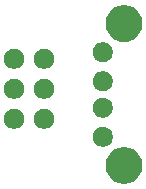
<source format=gbr>
G04 #@! TF.GenerationSoftware,KiCad,Pcbnew,5.0.2+dfsg1-1~bpo9+1*
G04 #@! TF.CreationDate,2021-01-31T11:02:44+00:00*
G04 #@! TF.ProjectId,attiny85_dipswitch_breakout,61747469-6e79-4383-955f-646970737769,rev?*
G04 #@! TF.SameCoordinates,Original*
G04 #@! TF.FileFunction,Soldermask,Bot*
G04 #@! TF.FilePolarity,Negative*
%FSLAX46Y46*%
G04 Gerber Fmt 4.6, Leading zero omitted, Abs format (unit mm)*
G04 Created by KiCad (PCBNEW 5.0.2+dfsg1-1~bpo9+1) date Sun 31 Jan 2021 11:02:44 GMT*
%MOMM*%
%LPD*%
G01*
G04 APERTURE LIST*
%ADD10C,0.100000*%
G04 APERTURE END LIST*
D10*
G36*
X162155767Y-83048536D02*
X162255650Y-83068404D01*
X162537914Y-83185321D01*
X162791945Y-83355059D01*
X163007981Y-83571095D01*
X163177719Y-83825126D01*
X163294636Y-84107390D01*
X163354240Y-84407040D01*
X163354240Y-84712560D01*
X163294636Y-85012210D01*
X163177719Y-85294474D01*
X163007981Y-85548505D01*
X162791945Y-85764541D01*
X162537914Y-85934279D01*
X162255650Y-86051196D01*
X162155767Y-86071064D01*
X161956002Y-86110800D01*
X161650478Y-86110800D01*
X161450713Y-86071064D01*
X161350830Y-86051196D01*
X161068566Y-85934279D01*
X160814535Y-85764541D01*
X160598499Y-85548505D01*
X160428761Y-85294474D01*
X160311844Y-85012210D01*
X160252240Y-84712560D01*
X160252240Y-84407040D01*
X160311844Y-84107390D01*
X160428761Y-83825126D01*
X160598499Y-83571095D01*
X160814535Y-83355059D01*
X161068566Y-83185321D01*
X161350830Y-83068404D01*
X161450713Y-83048536D01*
X161650478Y-83008800D01*
X161956002Y-83008800D01*
X162155767Y-83048536D01*
X162155767Y-83048536D01*
G37*
G36*
X160258228Y-81303103D02*
X160413100Y-81367253D01*
X160552481Y-81460385D01*
X160671015Y-81578919D01*
X160764147Y-81718300D01*
X160828297Y-81873172D01*
X160861000Y-82037584D01*
X160861000Y-82205216D01*
X160828297Y-82369628D01*
X160764147Y-82524500D01*
X160671015Y-82663881D01*
X160552481Y-82782415D01*
X160413100Y-82875547D01*
X160258228Y-82939697D01*
X160093816Y-82972400D01*
X159926184Y-82972400D01*
X159761772Y-82939697D01*
X159606900Y-82875547D01*
X159467519Y-82782415D01*
X159348985Y-82663881D01*
X159255853Y-82524500D01*
X159191703Y-82369628D01*
X159159000Y-82205216D01*
X159159000Y-82037584D01*
X159191703Y-81873172D01*
X159255853Y-81718300D01*
X159348985Y-81578919D01*
X159467519Y-81460385D01*
X159606900Y-81367253D01*
X159761772Y-81303103D01*
X159926184Y-81270400D01*
X160093816Y-81270400D01*
X160258228Y-81303103D01*
X160258228Y-81303103D01*
G37*
G36*
X152758228Y-79781703D02*
X152913100Y-79845853D01*
X153052481Y-79938985D01*
X153171015Y-80057519D01*
X153264147Y-80196900D01*
X153328297Y-80351772D01*
X153361000Y-80516184D01*
X153361000Y-80683816D01*
X153328297Y-80848228D01*
X153264147Y-81003100D01*
X153171015Y-81142481D01*
X153052481Y-81261015D01*
X152913100Y-81354147D01*
X152758228Y-81418297D01*
X152593816Y-81451000D01*
X152426184Y-81451000D01*
X152261772Y-81418297D01*
X152106900Y-81354147D01*
X151967519Y-81261015D01*
X151848985Y-81142481D01*
X151755853Y-81003100D01*
X151691703Y-80848228D01*
X151659000Y-80683816D01*
X151659000Y-80516184D01*
X151691703Y-80351772D01*
X151755853Y-80196900D01*
X151848985Y-80057519D01*
X151967519Y-79938985D01*
X152106900Y-79845853D01*
X152261772Y-79781703D01*
X152426184Y-79749000D01*
X152593816Y-79749000D01*
X152758228Y-79781703D01*
X152758228Y-79781703D01*
G37*
G36*
X155298228Y-79781703D02*
X155453100Y-79845853D01*
X155592481Y-79938985D01*
X155711015Y-80057519D01*
X155804147Y-80196900D01*
X155868297Y-80351772D01*
X155901000Y-80516184D01*
X155901000Y-80683816D01*
X155868297Y-80848228D01*
X155804147Y-81003100D01*
X155711015Y-81142481D01*
X155592481Y-81261015D01*
X155453100Y-81354147D01*
X155298228Y-81418297D01*
X155133816Y-81451000D01*
X154966184Y-81451000D01*
X154801772Y-81418297D01*
X154646900Y-81354147D01*
X154507519Y-81261015D01*
X154388985Y-81142481D01*
X154295853Y-81003100D01*
X154231703Y-80848228D01*
X154199000Y-80683816D01*
X154199000Y-80516184D01*
X154231703Y-80351772D01*
X154295853Y-80196900D01*
X154388985Y-80057519D01*
X154507519Y-79938985D01*
X154646900Y-79845853D01*
X154801772Y-79781703D01*
X154966184Y-79749000D01*
X155133816Y-79749000D01*
X155298228Y-79781703D01*
X155298228Y-79781703D01*
G37*
G36*
X160258228Y-78839303D02*
X160413100Y-78903453D01*
X160552481Y-78996585D01*
X160671015Y-79115119D01*
X160764147Y-79254500D01*
X160828297Y-79409372D01*
X160861000Y-79573784D01*
X160861000Y-79741416D01*
X160828297Y-79905828D01*
X160764147Y-80060700D01*
X160671015Y-80200081D01*
X160552481Y-80318615D01*
X160413100Y-80411747D01*
X160258228Y-80475897D01*
X160093816Y-80508600D01*
X159926184Y-80508600D01*
X159761772Y-80475897D01*
X159606900Y-80411747D01*
X159467519Y-80318615D01*
X159348985Y-80200081D01*
X159255853Y-80060700D01*
X159191703Y-79905828D01*
X159159000Y-79741416D01*
X159159000Y-79573784D01*
X159191703Y-79409372D01*
X159255853Y-79254500D01*
X159348985Y-79115119D01*
X159467519Y-78996585D01*
X159606900Y-78903453D01*
X159761772Y-78839303D01*
X159926184Y-78806600D01*
X160093816Y-78806600D01*
X160258228Y-78839303D01*
X160258228Y-78839303D01*
G37*
G36*
X155298228Y-77241703D02*
X155453100Y-77305853D01*
X155592481Y-77398985D01*
X155711015Y-77517519D01*
X155804147Y-77656900D01*
X155868297Y-77811772D01*
X155901000Y-77976184D01*
X155901000Y-78143816D01*
X155868297Y-78308228D01*
X155804147Y-78463100D01*
X155711015Y-78602481D01*
X155592481Y-78721015D01*
X155453100Y-78814147D01*
X155298228Y-78878297D01*
X155133816Y-78911000D01*
X154966184Y-78911000D01*
X154801772Y-78878297D01*
X154646900Y-78814147D01*
X154507519Y-78721015D01*
X154388985Y-78602481D01*
X154295853Y-78463100D01*
X154231703Y-78308228D01*
X154199000Y-78143816D01*
X154199000Y-77976184D01*
X154231703Y-77811772D01*
X154295853Y-77656900D01*
X154388985Y-77517519D01*
X154507519Y-77398985D01*
X154646900Y-77305853D01*
X154801772Y-77241703D01*
X154966184Y-77209000D01*
X155133816Y-77209000D01*
X155298228Y-77241703D01*
X155298228Y-77241703D01*
G37*
G36*
X152758228Y-77241703D02*
X152913100Y-77305853D01*
X153052481Y-77398985D01*
X153171015Y-77517519D01*
X153264147Y-77656900D01*
X153328297Y-77811772D01*
X153361000Y-77976184D01*
X153361000Y-78143816D01*
X153328297Y-78308228D01*
X153264147Y-78463100D01*
X153171015Y-78602481D01*
X153052481Y-78721015D01*
X152913100Y-78814147D01*
X152758228Y-78878297D01*
X152593816Y-78911000D01*
X152426184Y-78911000D01*
X152261772Y-78878297D01*
X152106900Y-78814147D01*
X151967519Y-78721015D01*
X151848985Y-78602481D01*
X151755853Y-78463100D01*
X151691703Y-78308228D01*
X151659000Y-78143816D01*
X151659000Y-77976184D01*
X151691703Y-77811772D01*
X151755853Y-77656900D01*
X151848985Y-77517519D01*
X151967519Y-77398985D01*
X152106900Y-77305853D01*
X152261772Y-77241703D01*
X152426184Y-77209000D01*
X152593816Y-77209000D01*
X152758228Y-77241703D01*
X152758228Y-77241703D01*
G37*
G36*
X160258228Y-76604103D02*
X160413100Y-76668253D01*
X160552481Y-76761385D01*
X160671015Y-76879919D01*
X160764147Y-77019300D01*
X160828297Y-77174172D01*
X160861000Y-77338584D01*
X160861000Y-77506216D01*
X160828297Y-77670628D01*
X160764147Y-77825500D01*
X160671015Y-77964881D01*
X160552481Y-78083415D01*
X160413100Y-78176547D01*
X160258228Y-78240697D01*
X160093816Y-78273400D01*
X159926184Y-78273400D01*
X159761772Y-78240697D01*
X159606900Y-78176547D01*
X159467519Y-78083415D01*
X159348985Y-77964881D01*
X159255853Y-77825500D01*
X159191703Y-77670628D01*
X159159000Y-77506216D01*
X159159000Y-77338584D01*
X159191703Y-77174172D01*
X159255853Y-77019300D01*
X159348985Y-76879919D01*
X159467519Y-76761385D01*
X159606900Y-76668253D01*
X159761772Y-76604103D01*
X159926184Y-76571400D01*
X160093816Y-76571400D01*
X160258228Y-76604103D01*
X160258228Y-76604103D01*
G37*
G36*
X155298228Y-74701703D02*
X155453100Y-74765853D01*
X155592481Y-74858985D01*
X155711015Y-74977519D01*
X155804147Y-75116900D01*
X155868297Y-75271772D01*
X155901000Y-75436184D01*
X155901000Y-75603816D01*
X155868297Y-75768228D01*
X155804147Y-75923100D01*
X155711015Y-76062481D01*
X155592481Y-76181015D01*
X155453100Y-76274147D01*
X155298228Y-76338297D01*
X155133816Y-76371000D01*
X154966184Y-76371000D01*
X154801772Y-76338297D01*
X154646900Y-76274147D01*
X154507519Y-76181015D01*
X154388985Y-76062481D01*
X154295853Y-75923100D01*
X154231703Y-75768228D01*
X154199000Y-75603816D01*
X154199000Y-75436184D01*
X154231703Y-75271772D01*
X154295853Y-75116900D01*
X154388985Y-74977519D01*
X154507519Y-74858985D01*
X154646900Y-74765853D01*
X154801772Y-74701703D01*
X154966184Y-74669000D01*
X155133816Y-74669000D01*
X155298228Y-74701703D01*
X155298228Y-74701703D01*
G37*
G36*
X152758228Y-74701703D02*
X152913100Y-74765853D01*
X153052481Y-74858985D01*
X153171015Y-74977519D01*
X153264147Y-75116900D01*
X153328297Y-75271772D01*
X153361000Y-75436184D01*
X153361000Y-75603816D01*
X153328297Y-75768228D01*
X153264147Y-75923100D01*
X153171015Y-76062481D01*
X153052481Y-76181015D01*
X152913100Y-76274147D01*
X152758228Y-76338297D01*
X152593816Y-76371000D01*
X152426184Y-76371000D01*
X152261772Y-76338297D01*
X152106900Y-76274147D01*
X151967519Y-76181015D01*
X151848985Y-76062481D01*
X151755853Y-75923100D01*
X151691703Y-75768228D01*
X151659000Y-75603816D01*
X151659000Y-75436184D01*
X151691703Y-75271772D01*
X151755853Y-75116900D01*
X151848985Y-74977519D01*
X151967519Y-74858985D01*
X152106900Y-74765853D01*
X152261772Y-74701703D01*
X152426184Y-74669000D01*
X152593816Y-74669000D01*
X152758228Y-74701703D01*
X152758228Y-74701703D01*
G37*
G36*
X160258228Y-74140303D02*
X160413100Y-74204453D01*
X160552481Y-74297585D01*
X160671015Y-74416119D01*
X160764147Y-74555500D01*
X160828297Y-74710372D01*
X160861000Y-74874784D01*
X160861000Y-75042416D01*
X160828297Y-75206828D01*
X160764147Y-75361700D01*
X160671015Y-75501081D01*
X160552481Y-75619615D01*
X160413100Y-75712747D01*
X160258228Y-75776897D01*
X160093816Y-75809600D01*
X159926184Y-75809600D01*
X159761772Y-75776897D01*
X159606900Y-75712747D01*
X159467519Y-75619615D01*
X159348985Y-75501081D01*
X159255853Y-75361700D01*
X159191703Y-75206828D01*
X159159000Y-75042416D01*
X159159000Y-74874784D01*
X159191703Y-74710372D01*
X159255853Y-74555500D01*
X159348985Y-74416119D01*
X159467519Y-74297585D01*
X159606900Y-74204453D01*
X159761772Y-74140303D01*
X159926184Y-74107600D01*
X160093816Y-74107600D01*
X160258228Y-74140303D01*
X160258228Y-74140303D01*
G37*
G36*
X162160847Y-71034336D02*
X162260730Y-71054204D01*
X162542994Y-71171121D01*
X162797025Y-71340859D01*
X163013061Y-71556895D01*
X163182799Y-71810926D01*
X163299716Y-72093190D01*
X163359320Y-72392840D01*
X163359320Y-72698360D01*
X163299716Y-72998010D01*
X163182799Y-73280274D01*
X163013061Y-73534305D01*
X162797025Y-73750341D01*
X162542994Y-73920079D01*
X162260730Y-74036996D01*
X162160847Y-74056864D01*
X161961082Y-74096600D01*
X161655558Y-74096600D01*
X161455793Y-74056864D01*
X161355910Y-74036996D01*
X161073646Y-73920079D01*
X160819615Y-73750341D01*
X160603579Y-73534305D01*
X160433841Y-73280274D01*
X160316924Y-72998010D01*
X160257320Y-72698360D01*
X160257320Y-72392840D01*
X160316924Y-72093190D01*
X160433841Y-71810926D01*
X160603579Y-71556895D01*
X160819615Y-71340859D01*
X161073646Y-71171121D01*
X161355910Y-71054204D01*
X161455793Y-71034336D01*
X161655558Y-70994600D01*
X161961082Y-70994600D01*
X162160847Y-71034336D01*
X162160847Y-71034336D01*
G37*
M02*

</source>
